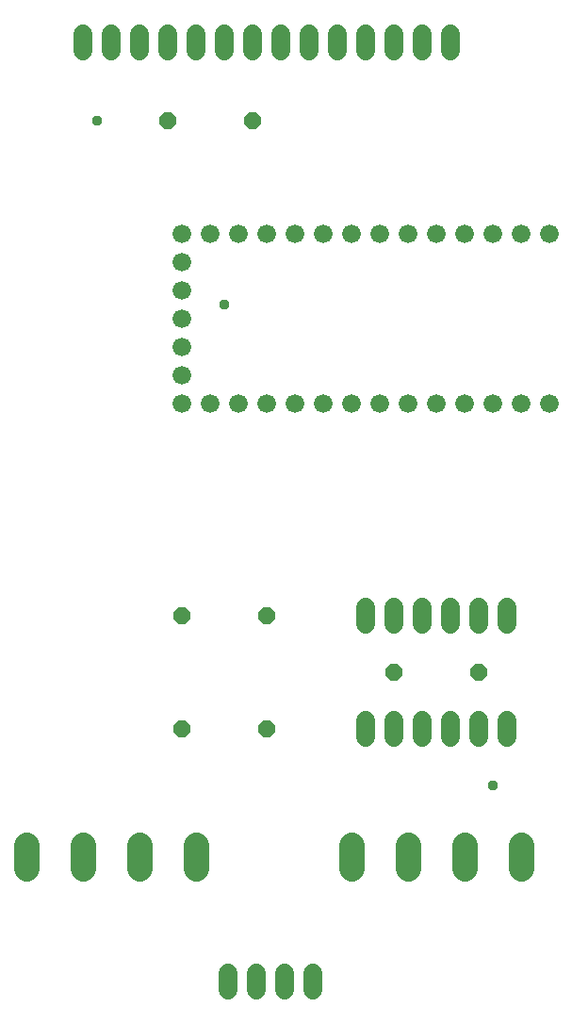
<source format=gbr>
G04 EAGLE Gerber RS-274X export*
G75*
%MOMM*%
%FSLAX34Y34*%
%LPD*%
%INSoldermask Top*%
%IPPOS*%
%AMOC8*
5,1,8,0,0,1.08239X$1,22.5*%
G01*
%ADD10C,1.727200*%
%ADD11P,1.649562X8X22.500000*%
%ADD12P,1.649562X8X202.500000*%
%ADD13C,2.298700*%
%ADD14C,1.676400*%
%ADD15C,0.959600*%


D10*
X495300Y261620D02*
X495300Y246380D01*
X469900Y246380D02*
X469900Y261620D01*
X444500Y261620D02*
X444500Y246380D01*
X419100Y246380D02*
X419100Y261620D01*
X393700Y261620D02*
X393700Y246380D01*
X368300Y246380D02*
X368300Y261620D01*
X495300Y347980D02*
X495300Y363220D01*
X469900Y363220D02*
X469900Y347980D01*
X444500Y347980D02*
X444500Y363220D01*
X419100Y363220D02*
X419100Y347980D01*
X393700Y347980D02*
X393700Y363220D01*
X368300Y363220D02*
X368300Y347980D01*
D11*
X190500Y800100D03*
X266700Y800100D03*
D12*
X279400Y254000D03*
X203200Y254000D03*
X279400Y355600D03*
X203200Y355600D03*
D11*
X393700Y304800D03*
X469900Y304800D03*
D10*
X114300Y863092D02*
X114300Y878332D01*
X139700Y878332D02*
X139700Y863092D01*
X165100Y863092D02*
X165100Y878332D01*
X190500Y878332D02*
X190500Y863092D01*
X215900Y863092D02*
X215900Y878332D01*
X241300Y878332D02*
X241300Y863092D01*
X266700Y863092D02*
X266700Y878332D01*
X292100Y878332D02*
X292100Y863092D01*
X317500Y863092D02*
X317500Y878332D01*
X342900Y878332D02*
X342900Y863092D01*
X368300Y863092D02*
X368300Y878332D01*
X393700Y878332D02*
X393700Y863092D01*
X419100Y863092D02*
X419100Y878332D01*
X444500Y878332D02*
X444500Y863092D01*
D13*
X63500Y150178D02*
X63500Y129223D01*
X114300Y129223D02*
X114300Y150178D01*
X165100Y150178D02*
X165100Y129223D01*
X215900Y129223D02*
X215900Y150178D01*
X355600Y150178D02*
X355600Y129223D01*
X406400Y129223D02*
X406400Y150178D01*
X457200Y150178D02*
X457200Y129223D01*
X508000Y129223D02*
X508000Y150178D01*
D10*
X320548Y35052D02*
X320548Y19812D01*
X295148Y19812D02*
X295148Y35052D01*
X269748Y35052D02*
X269748Y19812D01*
X244348Y19812D02*
X244348Y35052D01*
D14*
X482600Y698500D03*
X457200Y698500D03*
X431800Y698500D03*
X406400Y698500D03*
X381000Y698500D03*
X355600Y698500D03*
X330200Y698500D03*
X304800Y698500D03*
X279400Y698500D03*
X254000Y698500D03*
X228600Y698500D03*
X203200Y698500D03*
X203200Y546100D03*
X228600Y546100D03*
X254000Y546100D03*
X279400Y546100D03*
X304800Y546100D03*
X330200Y546100D03*
X355600Y546100D03*
X381000Y546100D03*
X406400Y546100D03*
X431800Y546100D03*
X457200Y546100D03*
X508000Y698500D03*
X482600Y546100D03*
X533400Y698500D03*
X533400Y546100D03*
X508000Y546100D03*
X203200Y571500D03*
X203200Y596900D03*
X203200Y622300D03*
X203200Y647700D03*
X203200Y673100D03*
D15*
X127000Y800100D03*
X241300Y635000D03*
X482600Y203200D03*
M02*

</source>
